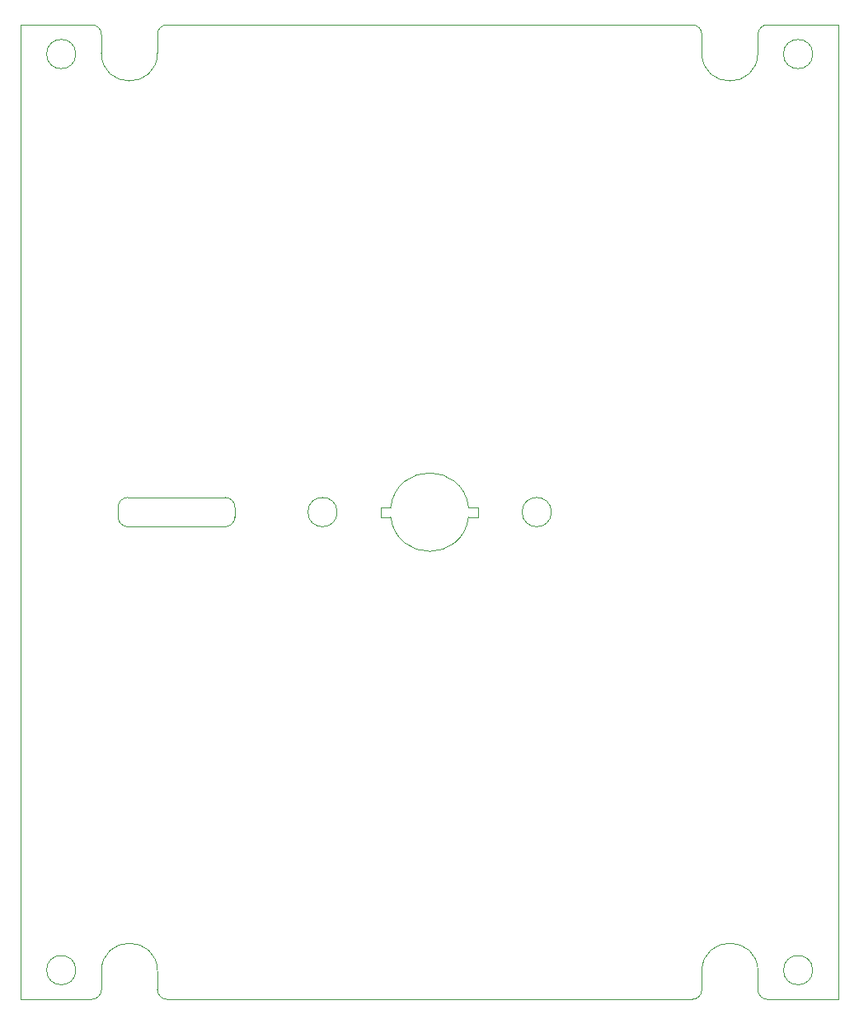
<source format=gm1>
%TF.GenerationSoftware,KiCad,Pcbnew,(5.1.9-0-10_14)*%
%TF.CreationDate,2022-02-18T16:19:17-06:00*%
%TF.ProjectId,OwlSat_Official_vent,4f776c53-6174-45f4-9f66-66696369616c,4*%
%TF.SameCoordinates,Original*%
%TF.FileFunction,Profile,NP*%
%FSLAX46Y46*%
G04 Gerber Fmt 4.6, Leading zero omitted, Abs format (unit mm)*
G04 Created by KiCad (PCBNEW (5.1.9-0-10_14)) date 2022-02-18 16:19:17*
%MOMM*%
%LPD*%
G01*
G04 APERTURE LIST*
%TA.AperFunction,Profile*%
%ADD10C,0.050000*%
%TD*%
G04 APERTURE END LIST*
D10*
X117610000Y-96410000D02*
G75*
G02*
X116610000Y-95410000I0J1000000D01*
G01*
X128610000Y-95410000D02*
G75*
G02*
X127610000Y-96410000I-1000000J0D01*
G01*
X128610000Y-95410000D02*
X128610000Y-94410000D01*
X116610000Y-94410000D02*
G75*
G02*
X117610000Y-93410000I1000000J0D01*
G01*
X127610000Y-93410000D02*
G75*
G02*
X128610000Y-94410000I0J-1000000D01*
G01*
X116610000Y-95410000D02*
X116610000Y-94410000D01*
X127610000Y-96410000D02*
X117610000Y-96410000D01*
X127610000Y-93410000D02*
X117610000Y-93410000D01*
X152609999Y-95410001D02*
G75*
G02*
X144610001Y-95409999I-3999999J500001D01*
G01*
X143610000Y-95410000D02*
X144610000Y-95410000D01*
X143610000Y-94410000D02*
X143610000Y-95410000D01*
X144610001Y-94409999D02*
X143610000Y-94410000D01*
X144610002Y-94409999D02*
G75*
G02*
X152609999Y-94410001I3999998J-510001D01*
G01*
X153610000Y-95410000D02*
X152610000Y-95410000D01*
X153610000Y-94410000D02*
X152610000Y-94410000D01*
X153610000Y-94410000D02*
X153610000Y-95410000D01*
X139110000Y-94910000D02*
G75*
G03*
X139110000Y-94910000I-1500000J0D01*
G01*
X161110000Y-94910000D02*
G75*
G03*
X161110000Y-94910000I-1500000J0D01*
G01*
X121650000Y-44910000D02*
X175570000Y-44910000D01*
X106610000Y-44910000D02*
X113900000Y-44910000D01*
X183320000Y-44910000D02*
X190610000Y-44910000D01*
X176560000Y-47790000D02*
X176570000Y-45910000D01*
X175570000Y-44910000D02*
G75*
G02*
X176570000Y-45910000I0J-1000000D01*
G01*
X182320000Y-47790000D02*
G75*
G02*
X176560000Y-47790000I-2880000J0D01*
G01*
X182320000Y-45910000D02*
X182320000Y-47790000D01*
X182320000Y-45910000D02*
G75*
G02*
X183320000Y-44910000I1000000J0D01*
G01*
X114890000Y-47790000D02*
X114900000Y-45910000D01*
X113900000Y-44910000D02*
G75*
G02*
X114900000Y-45910000I0J-1000000D01*
G01*
X120650000Y-47790000D02*
G75*
G02*
X114890000Y-47790000I-2880000J0D01*
G01*
X120650000Y-45910000D02*
X120650000Y-47790000D01*
X120650000Y-45910000D02*
G75*
G02*
X121650000Y-44910000I1000000J0D01*
G01*
X113900000Y-144910000D02*
X106610000Y-144910000D01*
X175570000Y-144910000D02*
X121650000Y-144910000D01*
X190610000Y-144910000D02*
X183320000Y-144910000D01*
X182330000Y-142030000D02*
X182320000Y-143910000D01*
X183320000Y-144910000D02*
G75*
G02*
X182320000Y-143910000I0J1000000D01*
G01*
X176570000Y-142030000D02*
G75*
G02*
X182330000Y-142030000I2880000J0D01*
G01*
X176570000Y-143910000D02*
G75*
G02*
X175570000Y-144910000I-1000000J0D01*
G01*
X176570000Y-143910000D02*
X176570000Y-142030000D01*
X114900000Y-143910000D02*
X114900000Y-142030000D01*
X120660000Y-142030000D02*
X120650000Y-143910000D01*
X121650000Y-144910000D02*
G75*
G02*
X120650000Y-143910000I0J1000000D01*
G01*
X114900000Y-143910000D02*
G75*
G02*
X113900000Y-144910000I-1000000J0D01*
G01*
X114900000Y-142030000D02*
G75*
G02*
X120660000Y-142030000I2880000J0D01*
G01*
X187950000Y-141910000D02*
G75*
G03*
X187950000Y-141910000I-1500000J0D01*
G01*
X187950000Y-47910000D02*
G75*
G03*
X187950000Y-47910000I-1500000J0D01*
G01*
X112270000Y-47910000D02*
G75*
G03*
X112270000Y-47910000I-1500000J0D01*
G01*
X112270133Y-141910000D02*
G75*
G03*
X112270133Y-141910000I-1500133J0D01*
G01*
X106610000Y-144910000D02*
X106610000Y-44910000D01*
X190610000Y-44910000D02*
X190610000Y-144910000D01*
M02*

</source>
